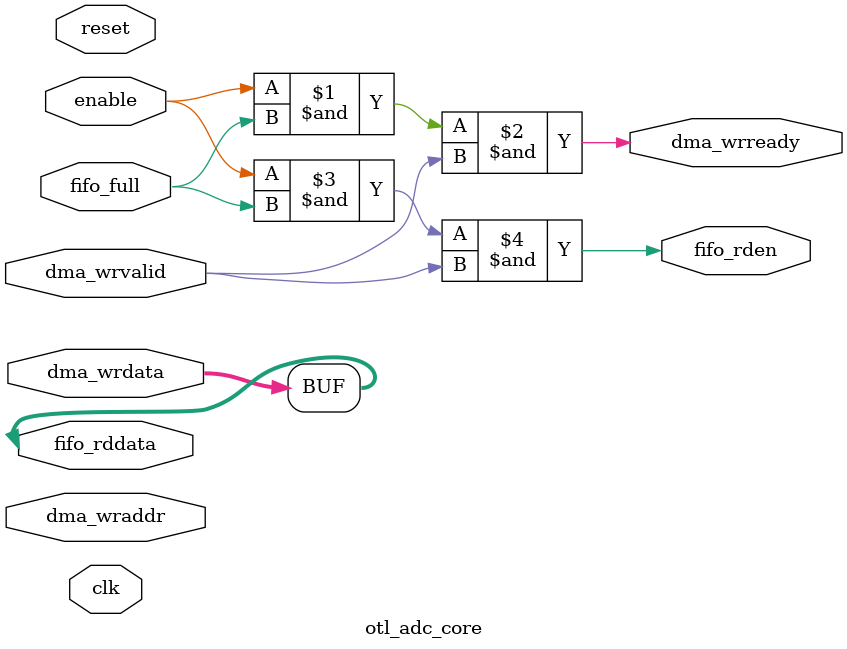
<source format=v>
/*
 *  Copyright 2015 (c) Patrik Lindström, lindstroeem@gmail.com
 * 
 * 
 *  This program is free software: you can redistribute it and/or modify
 *  it under the terms of the GNU General Public License as published by
 *  the Free Software Foundation, either version 3 of the License, or
 *  (at your option) any later version.
 *
 *  This program is distributed in the hope that it will be useful,
 *  but WITHOUT ANY WARRANTY; without even the implied warranty of
 *  MERCHANTABILITY or FITNESS FOR A PARTICULAR PURPOSE.  See the
 *  GNU General Public License for more details.
 *
 *  You should have received a copy of the GNU General Public License
 *  along with this program.  If not, see <http://www.gnu.org/licenses/>.
 */


module otl_adc_core
  (  
     // Inputs
     clk, reset, enable,
     dma_wrdata, dma_wraddr, dma_wrvalid,
     fifo_full, fifo_rddata,

     // Outputs
     dma_wrready, fifo_rden 
   );
   
   parameter ADDRW = 32;
   parameter DATAW = 32;

   input clk;
   input reset;
   input enable;
      
   input [DATAW-1:0]   dma_wrdata;
   input [ADDRW-1:0]   dma_wraddr;
   input 	       dma_wrvalid;
   output 	       dma_wrready;

   input 	       fifo_full;
   input [DATAW-1:0]   fifo_rddata;
   output 	       fifo_rden;
   
   
   assign dma_wrdata = fifo_rddata;
   assign dma_wrready = (enable & fifo_full & dma_wrvalid);

   assign fifo_rden = (enable & fifo_full & dma_wrvalid);
			 
       
       

endmodule

</source>
